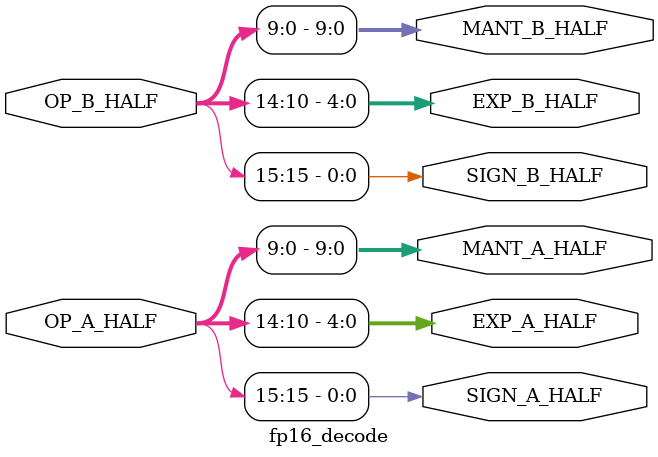
<source format=v>
module fp16_decode(
  input [15:0] OP_A_HALF, OP_B_HALF,
  output SIGN_A_HALF, SIGN_B_HALF,
  output [4:0] EXP_A_HALF, EXP_B_HALF,
  output [9:0] MANT_A_HALF, MANT_B_HALF
);
  assign SIGN_A_HALF = OP_A_HALF[15];
  assign EXP_A_HALF = OP_A_HALF[14:10];
  assign MANT_A_HALF = OP_A_HALF[9:0];
  assign SIGN_B_HALF = OP_B_HALF[15];
  assign EXP_B_HALF = OP_B_HALF[14:10];
  assign MANT_B_HALF = OP_B_HALF[9:0];
endmodule

</source>
